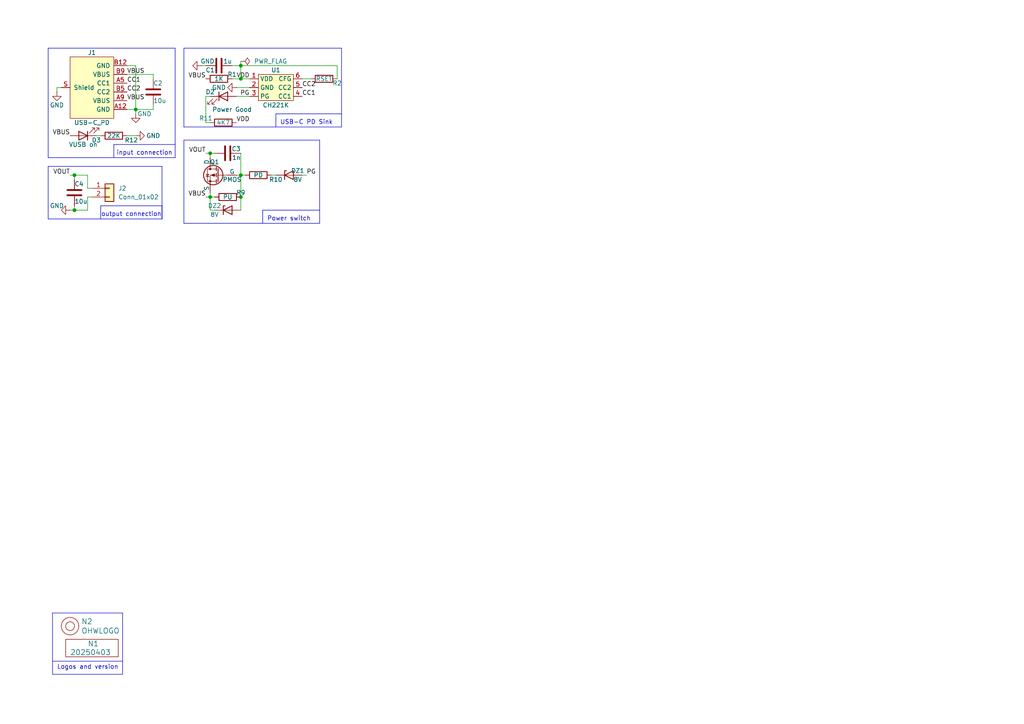
<source format=kicad_sch>
(kicad_sch (version 20231120) (generator "eeschema") (generator_version "8.0")
  (paper "A4")
  (lib_symbols
    (symbol "Connector_Generic:Conn_01x02" (pin_names (offset 1.016) hide)
      (property "Reference" "J" (at 0 2.54 0))
      (property "Value" "Conn_01x02" (at 0 -5.08 0))
      (symbol "Conn_01x02_1_1"
        (rectangle (start -1.27 -2.413) (end 0 -2.667) (stroke (width 0.1524)))
        (rectangle (start -1.27 0.127) (end 0 -0.127) (stroke (width 0.1524)))
        (rectangle (start -1.27 1.27) (end 1.27 -3.81) (stroke (width 0.254)) (fill (type background)))
        (pin passive line (at -5.08 0 0) (length 3.81) (name "Pin_1") (number "1"))
        (pin passive line (at -5.08 -2.54 0) (length 3.81) (name "Pin_2") (number "2"))
      )
    )
    (symbol "Device:C" (pin_numbers hide) (pin_names (offset 0.254))
      (property "Reference" "C" (at 0.635 2.54 0))
      (property "Value" "C" (at 0.635 -2.54 0))
      (symbol "C_0_1"
        (polyline (pts (xy -2.032 -0.762) (xy 2.032 -0.762)) (stroke (width 0.508)))
        (polyline (pts (xy -2.032 0.762) (xy 2.032 0.762)) (stroke (width 0.508)))
      )
      (symbol "C_1_1"
        (pin passive line (at 0 3.81 270) (length 2.794) (name "~") (number "1"))
        (pin passive line (at 0 -3.81 90) (length 2.794) (name "~") (number "2"))
      )
    )
    (symbol "Device:D_Zener" (pin_numbers hide) (pin_names (offset 1.016) hide)
      (property "Reference" "D" (at 0 2.54 0))
      (property "Value" "D_Zener" (at 0 -2.54 0))
      (symbol "D_Zener_0_1"
        (polyline (pts (xy 1.27 0) (xy -1.27 0)))
        (polyline (pts (xy -1.27 -1.27) (xy -1.27 1.27) (xy -0.762 1.27)) (stroke (width 0.254)))
        (polyline (pts (xy 1.27 -1.27) (xy 1.27 1.27) (xy -1.27 0) (xy 1.27 -1.27)) (stroke (width 0.254)))
      )
      (symbol "D_Zener_1_1"
        (pin passive line (at -3.81 0 0) (length 2.54) (name "K") (number "1"))
        (pin passive line (at 3.81 0 180) (length 2.54) (name "A") (number "2"))
      )
    )
    (symbol "Device:LED" (pin_numbers hide) (pin_names (offset 1.016) hide)
      (property "Reference" "D" (at 0 2.54 0))
      (property "Value" "LED" (at 0 -2.54 0))
      (symbol "LED_0_1"
        (polyline (pts (xy -1.27 -1.27) (xy -1.27 1.27)) (stroke (width 0.254)))
        (polyline (pts (xy -1.27 0) (xy 1.27 0)))
        (polyline (pts (xy 1.27 -1.27) (xy 1.27 1.27) (xy -1.27 0) (xy 1.27 -1.27)) (stroke (width 0.254)))
        (polyline (pts (xy -3.048 -0.762) (xy -4.572 -2.286) (xy -3.81 -2.286) (xy -4.572 -2.286) (xy -4.572 -1.524)))
        (polyline (pts (xy -1.778 -0.762) (xy -3.302 -2.286) (xy -2.54 -2.286) (xy -3.302 -2.286) (xy -3.302 -1.524)))
      )
      (symbol "LED_1_1"
        (pin passive line (at -3.81 0 0) (length 2.54) (name "K") (number "1"))
        (pin passive line (at 3.81 0 180) (length 2.54) (name "A") (number "2"))
      )
    )
    (symbol "Device:R" (pin_numbers hide) (pin_names (offset 0))
      (property "Reference" "R" (at 2.032 0 90))
      (property "Value" "R" (at 0 0 90))
      (symbol "R_0_1"
        (rectangle (start -1.016 -2.54) (end 1.016 2.54) (stroke (width 0.254)))
      )
      (symbol "R_1_1"
        (pin passive line (at 0 3.81 270) (length 1.27) (name "~") (number "1"))
        (pin passive line (at 0 -3.81 90) (length 1.27) (name "~") (number "2"))
      )
    )
    (symbol "Simulation_SPICE:PMOS" (pin_numbers hide) (pin_names (offset 0))
      (property "Reference" "Q" (at 5.08 1.27 0))
      (property "Value" "PMOS" (at 5.08 -1.27 0))
      (symbol "PMOS_0_1"
        (polyline (pts (xy 0.254 0) (xy -2.54 0)))
        (polyline (pts (xy 0.254 1.905) (xy 0.254 -1.905)) (stroke (width 0.254)))
        (polyline (pts (xy 0.762 -1.27) (xy 0.762 -2.286)) (stroke (width 0.254)))
        (polyline (pts (xy 0.762 0.508) (xy 0.762 -0.508)) (stroke (width 0.254)))
        (polyline (pts (xy 0.762 2.286) (xy 0.762 1.27)) (stroke (width 0.254)))
        (polyline (pts (xy 2.54 2.54) (xy 2.54 1.778)))
        (polyline (pts (xy 2.54 -2.54) (xy 2.54 0) (xy 0.762 0)))
        (polyline (pts (xy 0.762 1.778) (xy 3.302 1.778) (xy 3.302 -1.778) (xy 0.762 -1.778)))
        (polyline (pts (xy 2.286 0) (xy 1.27 0.381) (xy 1.27 -0.381) (xy 2.286 0)) (fill (type outline)))
        (polyline (pts (xy 2.794 -0.508) (xy 2.921 -0.381) (xy 3.683 -0.381) (xy 3.81 -0.254)))
        (polyline (pts (xy 3.302 -0.381) (xy 2.921 0.254) (xy 3.683 0.254) (xy 3.302 -0.381)))
        (circle (center 1.651 0) (radius 2.794) (stroke (width 0.254)))
        (circle (center 2.54 -1.778) (radius 0.254) (fill (type outline)))
        (circle (center 2.54 1.778) (radius 0.254) (fill (type outline)))
      )
      (symbol "PMOS_1_1"
        (pin passive line (at 2.54 5.08 270) (length 2.54) (name "D") (number "1"))
        (pin input line (at -5.08 0 0) (length 2.54) (name "G") (number "2"))
        (pin passive line (at 2.54 -5.08 90) (length 2.54) (name "S") (number "3"))
      )
    )
    (symbol "SquantorLabels:OHWLOGO" (pin_names (offset 1.016))
      (property "Reference" "N" (at 0 3.81 0))
      (property "Value" "OHWLOGO" (at 0 -3.81 0))
      (symbol "OHWLOGO_0_1"
        (circle (center 0 0) (radius 1.27))
        (circle (center 0 0) (radius 2.54))
      )
    )
    (symbol "SquantorLabels:VYYYYMMDD" (pin_names (offset 1.016))
      (property "Reference" "N" (at 0 2.54 0))
      (property "Value" "VYYYYMMDD" (at 0 0 0))
      (symbol "VYYYYMMDD_0_1"
        (rectangle (start 7.62 -1.27) (end -7.62 3.81))
      )
    )
    (symbol "SquantorUsb:USB-C_PD" (pin_names (offset 1.016))
      (property "Reference" "J" (at 0 10.16 0))
      (property "Value" "USB-C_PD" (at 0 -10.16 0))
      (symbol "USB-C_PD_0_1"
        (rectangle (start 6.35 8.89) (end -6.35 -8.89) (fill (type background)))
      )
      (symbol "USB-C_PD_1_1"
        (pin passive line (at 10.16 -6.35 180) (length 3.81) (name "GND") (number "A12"))
        (pin bidirectional line (at 10.16 1.27 180) (length 3.81) (name "CC1") (number "A5"))
        (pin passive line (at 10.16 -3.81 180) (length 3.81) (name "VBUS") (number "A9"))
        (pin power_out line (at 10.16 6.35 180) (length 3.81) (name "GND") (number "B12"))
        (pin bidirectional line (at 10.16 -1.27 180) (length 3.81) (name "CC2") (number "B5"))
        (pin power_out line (at 10.16 3.81 180) (length 3.81) (name "VBUS") (number "B9"))
        (pin passive line (at -8.89 0 0) (length 2.54) (name "Shield") (number "S"))
      )
    )
    (symbol "SquantorWCH:CH221K"
      (property "Reference" "U" (at 0 5.08 0))
      (property "Value" "CH221K" (at 0 -5.08 0))
      (symbol "CH221K_1_1"
        (rectangle (start -5.08 3.81) (end 5.08 -3.81) (fill (type background)))
        (pin power_in line (at -7.62 2.54 0) (length 2.54) (name "VDD") (number "1"))
        (pin power_in line (at -7.62 0 0) (length 2.54) (name "GND") (number "2"))
        (pin open_collector line (at -7.62 -2.54 0) (length 2.54) (name "PG") (number "3"))
        (pin input line (at 7.62 -2.54 180) (length 2.54) (name "CC1") (number "4"))
        (pin input line (at 7.62 0 180) (length 2.54) (name "CC2") (number "5"))
        (pin input line (at 7.62 2.54 180) (length 2.54) (name "CFG") (number "6"))
      )
    )
    (symbol "power:GND" (power) (pin_numbers hide) (pin_names (offset 0) hide)
      (property "Value" "GND" (at 0 -3.81 0))
      (symbol "GND_0_1"
        (polyline (pts (xy 0 0) (xy 0 -1.27) (xy 1.27 -1.27) (xy 0 -2.54) (xy -1.27 -1.27) (xy 0 -1.27)))
      )
      (symbol "GND_1_1"
        (pin power_in line (at 0 0 270) (length 0) (name "~") (number "1"))
      )
    )
    (symbol "power:PWR_FLAG" (power) (pin_numbers hide) (pin_names (offset 0) hide)
      (property "Value" "PWR_FLAG" (at 0 3.81 0))
      (symbol "PWR_FLAG_0_0"
        (pin power_out line (at 0 0 90) (length 0) (name "~") (number "1"))
      )
      (symbol "PWR_FLAG_0_1"
        (polyline (pts (xy 0 0) (xy 0 1.27) (xy -1.016 1.905) (xy 0 2.54) (xy 1.016 1.905) (xy 0 1.27)))
      )
    )
  )
  (junction (at 69.85 22.86))
  (junction (at 39.37 31.75))
  (junction (at 60.96 44.45))
  (junction (at 69.85 57.15))
  (junction (at 69.85 50.8))
  (junction (at 21.59 60.96))
  (junction (at 60.96 57.15))
  (junction (at 69.85 19.05))
  (junction (at 21.59 50.8))
  (wire (pts (xy 69.85 44.45) (xy 69.85 50.8)))
  (wire (pts (xy 68.58 27.94) (xy 72.39 27.94)))
  (wire (pts (xy 59.69 44.45) (xy 60.96 44.45)))
  (wire (pts (xy 97.79 19.05) (xy 97.79 22.86)))
  (polyline (pts (xy 15.24 177.8) (xy 15.24 195.58)))
  (polyline (pts (xy 35.56 177.8) (xy 15.24 177.8)))
  (wire (pts (xy 68.58 25.4) (xy 72.39 25.4)))
  (wire (pts (xy 44.45 22.86) (xy 44.45 21.59)))
  (wire (pts (xy 44.45 21.59) (xy 36.83 21.59)))
  (polyline (pts (xy 13.97 63.5) (xy 46.99 63.5)))
  (polyline (pts (xy 13.97 45.72) (xy 50.8 45.72)))
  (wire (pts (xy 39.37 19.05) (xy 39.37 31.75)))
  (polyline (pts (xy 50.8 13.97) (xy 13.97 13.97)))
  (wire (pts (xy 87.63 22.86) (xy 90.17 22.86)))
  (wire (pts (xy 87.63 50.8) (xy 88.9 50.8)))
  (wire (pts (xy 39.37 31.75) (xy 39.37 33.02)))
  (wire (pts (xy 60.96 35.56) (xy 59.69 35.56)))
  (wire (pts (xy 60.96 60.96) (xy 62.23 60.96)))
  (wire (pts (xy 60.96 57.15) (xy 62.23 57.15)))
  (polyline (pts (xy 92.71 60.96) (xy 76.2 60.96)))
  (wire (pts (xy 25.4 60.96) (xy 25.4 57.15)))
  (wire (pts (xy 59.69 27.94) (xy 60.96 27.94)))
  (wire (pts (xy 60.96 44.45) (xy 60.96 45.72)))
  (wire (pts (xy 36.83 39.37) (xy 39.37 39.37)))
  (polyline (pts (xy 50.8 45.72) (xy 50.8 13.97)))
  (wire (pts (xy 21.59 60.96) (xy 25.4 60.96)))
  (wire (pts (xy 16.51 25.4) (xy 16.51 26.67)))
  (polyline (pts (xy 99.06 36.83) (xy 99.06 13.97)))
  (wire (pts (xy 69.85 22.86) (xy 69.85 19.05)))
  (polyline (pts (xy 92.71 40.64) (xy 53.34 40.64)))
  (wire (pts (xy 25.4 50.8) (xy 25.4 54.61)))
  (polyline (pts (xy 13.97 13.97) (xy 13.97 45.72)))
  (wire (pts (xy 60.96 55.88) (xy 60.96 57.15)))
  (wire (pts (xy 36.83 31.75) (xy 39.37 31.75)))
  (wire (pts (xy 39.37 31.75) (xy 44.45 31.75)))
  (polyline (pts (xy 99.06 13.97) (xy 53.34 13.97)))
  (polyline (pts (xy 46.99 59.69) (xy 29.21 59.69)))
  (wire (pts (xy 69.85 22.86) (xy 67.31 22.86)))
  (polyline (pts (xy 53.34 64.77) (xy 92.71 64.77)))
  (wire (pts (xy 20.32 60.96) (xy 21.59 60.96)))
  (wire (pts (xy 69.85 19.05) (xy 97.79 19.05)))
  (polyline (pts (xy 53.34 36.83) (xy 99.06 36.83)))
  (polyline (pts (xy 50.8 41.91) (xy 33.02 41.91)))
  (wire (pts (xy 69.85 22.86) (xy 72.39 22.86)))
  (polyline (pts (xy 80.01 33.02) (xy 80.01 36.83)))
  (polyline (pts (xy 46.99 48.26) (xy 13.97 48.26)))
  (wire (pts (xy 69.85 17.78) (xy 69.85 19.05)))
  (wire (pts (xy 44.45 30.48) (xy 44.45 31.75)))
  (wire (pts (xy 27.94 39.37) (xy 29.21 39.37)))
  (polyline (pts (xy 33.02 41.91) (xy 33.02 45.72)))
  (polyline (pts (xy 53.34 13.97) (xy 53.34 36.83)))
  (polyline (pts (xy 13.97 48.26) (xy 13.97 63.5)))
  (wire (pts (xy 36.83 19.05) (xy 39.37 19.05)))
  (wire (pts (xy 25.4 57.15) (xy 26.67 57.15)))
  (wire (pts (xy 59.69 35.56) (xy 59.69 27.94)))
  (polyline (pts (xy 35.56 195.58) (xy 35.56 177.8)))
  (wire (pts (xy 69.85 50.8) (xy 71.12 50.8)))
  (polyline (pts (xy 15.24 195.58) (xy 35.56 195.58)))
  (wire (pts (xy 25.4 54.61) (xy 26.67 54.61)))
  (polyline (pts (xy 76.2 60.96) (xy 76.2 64.77)))
  (polyline (pts (xy 92.71 64.77) (xy 92.71 40.64)))
  (wire (pts (xy 17.78 25.4) (xy 16.51 25.4)))
  (polyline (pts (xy 99.06 33.02) (xy 80.01 33.02)))
  (wire (pts (xy 59.69 57.15) (xy 60.96 57.15)))
  (wire (pts (xy 68.58 50.8) (xy 69.85 50.8)))
  (wire (pts (xy 78.74 50.8) (xy 80.01 50.8)))
  (wire (pts (xy 69.85 19.05) (xy 67.31 19.05)))
  (wire (pts (xy 60.96 44.45) (xy 62.23 44.45)))
  (polyline (pts (xy 46.99 63.5) (xy 46.99 48.26)))
  (polyline (pts (xy 53.34 40.64) (xy 53.34 64.77)))
  (wire (pts (xy 58.42 19.05) (xy 59.69 19.05)))
  (polyline (pts (xy 46.99 63.5) (xy 46.99 59.69)))
  (wire (pts (xy 21.59 59.69) (xy 21.59 60.96)))
  (wire (pts (xy 60.96 57.15) (xy 60.96 60.96)))
  (wire (pts (xy 21.59 50.8) (xy 25.4 50.8)))
  (wire (pts (xy 21.59 50.8) (xy 21.59 52.07)))
  (polyline (pts (xy 15.24 191.77) (xy 35.56 191.77)))
  (polyline (pts (xy 29.21 59.69) (xy 29.21 63.5)))
  (wire (pts (xy 20.32 50.8) (xy 21.59 50.8)))
  (wire (pts (xy 69.85 57.15) (xy 69.85 60.96)))
  (wire (pts (xy 69.85 50.8) (xy 69.85 57.15)))
  (text "input connection" (at 41.91 44.45 0) (effects (font (size 1.27 1.27))))
  (text "Logos and version" (at 16.51 194.31 0) (effects (font (size 1.27 1.27)) (justify left bottom)))
  (text "output connection" (at 38.1 62.23 0) (effects (font (size 1.27 1.27))))
  (text "USB-C PD Sink" (at 88.9 35.56 0) (effects (font (size 1.27 1.27))))
  (text "Power switch" (at 83.82 63.5 0) (effects (font (size 1.27 1.27))))
  (label "CC2" (at 36.83 26.67 0))
  (label "CC1" (at 36.83 24.13 0))
  (label "VDD" (at 72.39 22.86 180))
  (label "VBUS" (at 59.69 22.86 180))
  (label "CC2" (at 87.63 25.4 0))
  (label "VBUS" (at 59.69 57.15 180))
  (label "VBUS" (at 36.83 21.59 0))
  (label "CC1" (at 87.63 27.94 0))
  (label "VDD" (at 68.58 35.56 0))
  (label "PG" (at 72.39 27.94 180))
  (label "PG" (at 88.9 50.8 0))
  (label "VBUS" (at 36.83 29.21 0))
  (label "VBUS" (at 20.32 39.37 180))
  (label "VOUT" (at 20.32 50.8 180))
  (label "VOUT" (at 59.69 44.45 180))
  (symbol (lib_id "SquantorLabels:VYYYYMMDD") (at 26.67 189.23 0) (unit 1)
    (property "Reference" "N1" (at 25.4 186.69 0) (effects (font (size 1.524 1.524)) (justify left)))
    (property "Value" "20250403" (at 20.32 189.23 0) (effects (font (size 1.524 1.524)) (justify left)))
    (property "Footprint" "SquantorLabels:Label_Generic" (effects (hide yes)))
  )
  (symbol (lib_id "SquantorLabels:OHWLOGO") (at 20.32 181.61 0) (unit 1)
    (property "Reference" "N2" (at 23.5712 180.2638 0) (effects (font (size 1.524 1.524)) (justify left)))
    (property "Value" "OHWLOGO" (at 23.5712 182.9562 0) (effects (font (size 1.524 1.524)) (justify left)))
    (property "Footprint" "Symbol:OSHW-Symbol_6.7x6mm_SilkScreen" (effects (hide yes)))
  )
  (symbol (lib_id "Device:C") (at 63.5 19.05 90) (unit 1)
    (property "Reference" "C1" (at 60.96 20.32 90))
    (property "Value" "1u" (at 66.04 17.78 90))
    (property "Footprint" "SquantorCapacitor:C_0805+0603" (effects (hide yes)))
    (property "Description" "Unpolarized capacitor" (effects (hide yes)))
  )
  (symbol (lib_id "Device:LED") (at 24.13 39.37 180) (unit 1)
    (property "Reference" "D3" (at 27.94 40.64 0))
    (property "Value" "VUSB on" (at 24.13 41.91 0))
    (property "Footprint" "SquantorDiodes:LED_0603_hand" (effects (hide yes)))
    (property "Description" "Light emitting diode" (effects (hide yes)))
  )
  (symbol (lib_id "power:GND") (at 16.51 26.67 0) (unit 1)
    (property "Reference" "#PWR2" (effects (hide yes)))
    (property "Value" "GND" (at 16.51 30.48 0))
    (property "Description" "Power symbol creates a global label with name \"GND\" , ground" (effects (hide yes)))
  )
  (symbol (lib_id "power:GND") (at 58.42 19.05 270) (unit 1)
    (property "Reference" "#PWR4" (effects (hide yes)))
    (property "Value" "GND" (at 62.23 17.78 90) (effects (justify right)))
    (property "Description" "Power symbol creates a global label with name \"GND\" , ground" (effects (hide yes)))
  )
  (symbol (lib_id "Device:D_Zener") (at 83.82 50.8 0) (unit 1)
    (property "Reference" "DZ1" (at 86.36 49.53 0))
    (property "Value" "8V" (at 86.36 52.07 0))
    (property "Footprint" "SquantorDiodes:SOD-323-nexperia-hand" (effects (hide yes)))
    (property "Description" "Zener diode" (effects (hide yes)))
  )
  (symbol (lib_id "power:GND") (at 39.37 39.37 90) (unit 1)
    (property "Reference" "#PWR8" (effects (hide yes)))
    (property "Value" "GND" (at 44.45 39.37 90))
    (property "Description" "Power symbol creates a global label with name \"GND\" , ground" (effects (hide yes)))
  )
  (symbol (lib_id "Device:LED") (at 64.77 27.94 0) (unit 1)
    (property "Reference" "D2" (at 60.96 26.67 0))
    (property "Value" "Power Good" (at 67.31 31.75 0))
    (property "Footprint" "SquantorDiodes:LED_0603_hand" (effects (hide yes)))
    (property "Description" "Light emitting diode" (effects (hide yes)))
  )
  (symbol (lib_id "power:GND") (at 39.37 33.02 0) (unit 1)
    (property "Reference" "#PWR1" (effects (hide yes)))
    (property "Value" "GND" (at 41.91 33.02 0))
    (property "Description" "Power symbol creates a global label with name \"GND\" , ground" (effects (hide yes)))
  )
  (symbol (lib_id "power:GND") (at 20.32 60.96 270) (unit 1)
    (property "Reference" "#PWR9" (effects (hide yes)))
    (property "Value" "GND" (at 16.51 59.69 90))
    (property "Description" "Power symbol creates a global label with name \"GND\" , ground" (effects (hide yes)))
  )
  (symbol (lib_id "SquantorWCH:CH221K") (at 80.01 25.4 0) (unit 1)
    (property "Reference" "U1" (at 80.01 20.32 0))
    (property "Value" "CH221K" (at 80.01 30.48 0))
    (property "Footprint" "SquantorIC:SOT23-6-HAND" (effects (hide yes)))
  )
  (symbol (lib_id "Device:R") (at 63.5 22.86 90) (unit 1)
    (property "Reference" "R1" (at 67.31 21.59 90))
    (property "Value" "1K" (at 63.5 22.86 90))
    (property "Footprint" "SquantorResistor:R_0603_hand" (effects (hide yes)))
    (property "Description" "Resistor" (effects (hide yes)))
  )
  (symbol (lib_id "Simulation_SPICE:PMOS") (at 63.5 50.8 0) (mirror y) (unit 1)
    (property "Reference" "Q1" (at 62.23 46.99 0))
    (property "Value" "PMOS" (at 67.31 52.07 0))
    (property "Footprint" "SquantorIC:SOT23-3" (effects (hide yes)))
    (property "Datasheet" "https://ngspice.sourceforge.io/docs/ngspice-html-manual/manual.xhtml#cha_MOSFETs" (effects (hide yes)))
    (property "Description" "P-MOSFET transistor, drain/source/gate" (effects (hide yes)))
    (property "Sim.Device" "PMOS" (effects (hide yes)))
    (property "Sim.Type" "VDMOS" (effects (hide yes)))
    (property "Sim.Pins" "1=D 2=G 3=S" (effects (hide yes)))
  )
  (symbol (lib_id "SquantorUsb:USB-C_PD") (at 26.67 25.4 0) (unit 1)
    (property "Reference" "J1" (at 26.67 15.24 0))
    (property "Value" "USB-C_PD" (at 26.67 35.56 0))
    (property "Footprint" "SquantorUsb:USB-C-HRO-31-M-17_aisler" (effects (hide yes)))
    (property "Description" "USB-C Power delivery only" (effects (hide yes)))
  )
  (symbol (lib_id "power:GND") (at 68.58 25.4 270) (unit 1)
    (property "Reference" "#PWR3" (effects (hide yes)))
    (property "Value" "GND" (at 63.5 25.4 90))
    (property "Description" "Power symbol creates a global label with name \"GND\" , ground" (effects (hide yes)))
  )
  (symbol (lib_id "Device:D_Zener") (at 66.04 60.96 0) (unit 1)
    (property "Reference" "DZ2" (at 62.23 59.69 0))
    (property "Value" "8V" (at 62.23 62.23 0))
    (property "Footprint" "SquantorDiodes:SOD-323-nexperia-hand" (effects (hide yes)))
    (property "Description" "Zener diode" (effects (hide yes)))
  )
  (symbol (lib_id "Device:R") (at 66.04 57.15 270) (unit 1)
    (property "Reference" "R9" (at 69.85 55.88 90))
    (property "Value" "PU" (at 66.04 57.15 90))
    (property "Footprint" "SquantorResistor:R_0603_hand" (effects (hide yes)))
    (property "Description" "Resistor" (effects (hide yes)))
  )
  (symbol (lib_id "Device:R") (at 93.98 22.86 90) (unit 1)
    (property "Reference" "R2" (at 97.79 24.13 90))
    (property "Value" "RSET" (at 93.98 22.86 90))
    (property "Footprint" "SquantorResistor:R_0603_hand" (effects (hide yes)))
    (property "Description" "Resistor" (effects (hide yes)))
  )
  (symbol (lib_id "Device:R") (at 33.02 39.37 90) (unit 1)
    (property "Reference" "R12" (at 38.1 40.64 90))
    (property "Value" "22K" (at 33.02 39.37 90))
    (property "Footprint" "SquantorResistor:R_0603_hand" (effects (hide yes)))
    (property "Description" "Resistor" (effects (hide yes)))
  )
  (symbol (lib_id "Device:C") (at 66.04 44.45 90) (unit 1)
    (property "Reference" "C3" (at 69.85 43.18 90) (effects (justify left)))
    (property "Value" "1n" (at 69.85 45.72 90) (effects (justify left)))
    (property "Footprint" "SquantorCapacitor:C_0603" (effects (hide yes)))
    (property "Description" "Unpolarized capacitor" (effects (hide yes)))
  )
  (symbol (lib_id "Device:C") (at 44.45 26.67 0) (unit 1)
    (property "Reference" "C2" (at 44.45 24.13 0) (effects (justify left)))
    (property "Value" "10u" (at 44.45 29.21 0) (effects (justify left)))
    (property "Footprint" "SquantorCapacitor:C_1206_0805" (effects (hide yes)))
    (property "Description" "Unpolarized capacitor" (effects (hide yes)))
  )
  (symbol (lib_id "Device:R") (at 64.77 35.56 270) (unit 1)
    (property "Reference" "R11" (at 59.69 34.29 90))
    (property "Value" "4K7" (at 64.77 35.56 90))
    (property "Footprint" "SquantorResistor:R_0603_hand" (effects (hide yes)))
    (property "Description" "Resistor" (effects (hide yes)))
  )
  (symbol (lib_id "Device:C") (at 21.59 55.88 0) (unit 1)
    (property "Reference" "C4" (at 21.59 53.34 0) (effects (justify left)))
    (property "Value" "10u" (at 21.59 58.42 0) (effects (justify left)))
    (property "Footprint" "SquantorCapacitor:C_1206_0805" (effects (hide yes)))
    (property "Description" "Unpolarized capacitor" (effects (hide yes)))
  )
  (symbol (lib_id "Device:R") (at 74.93 50.8 270) (unit 1)
    (property "Reference" "R10" (at 80.01 52.07 90))
    (property "Value" "PD" (at 74.93 50.8 90))
    (property "Footprint" "SquantorResistor:R_0603_hand" (effects (hide yes)))
    (property "Description" "Resistor" (effects (hide yes)))
  )
  (symbol (lib_id "Connector_Generic:Conn_01x02") (at 31.75 54.61 0) (unit 1)
    (property "Reference" "J2" (at 34.29 54.6099 0) (effects (justify left)))
    (property "Value" "Conn_01x02" (at 34.29 57.1499 0) (effects (justify left)))
    (property "Footprint" "Connector_JST:JST_XH_S2B-XH-A-1_1x02_P2.50mm_Horizontal" (effects (hide yes)))
    (property "Description" "Generic connector, single row, 01x02, script generated (kicad-library-utils/schlib/autogen/connector/)" (effects (hide yes)))
  )
  (symbol (lib_id "power:PWR_FLAG") (at 69.85 17.78 270) (unit 1)
    (property "Reference" "#FLG1" (effects (hide yes)))
    (property "Value" "PWR_FLAG" (at 73.66 17.7799 90) (effects (justify left)))
    (property "Description" "Special symbol for telling ERC where power comes from" (effects (hide yes)))
  )
)
</source>
